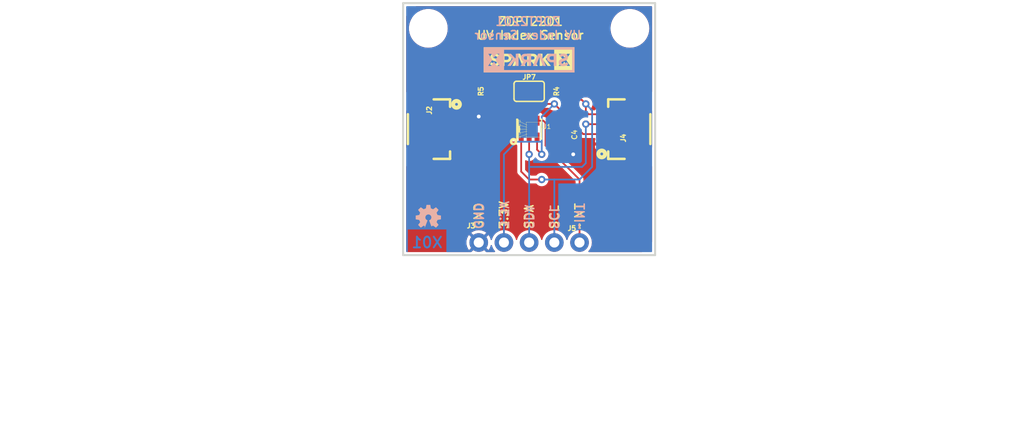
<source format=kicad_pcb>
(kicad_pcb (version 20211014) (generator pcbnew)
  (layers (0 "F.Cu" signal) (31 "B.Cu" signal) (34 "B.Paste" user) (35 "F.Paste" user) (36 "B.SilkS" user "B.Silkscreen") (37 "F.SilkS" user "F.Silkscreen") (38 "B.Mask" user) (39 "F.Mask" user) (44 "Edge.Cuts" user))
  (net 0 "")
  (net 1 "3.3V")
  (net 2 "GND")
  (net 3 "SCL")
  (net 4 "SDA")
  (net 5 "~{INT}")
  (net 6 "N$1")
  (net 7 "N$2")
  (footprint "eagleBoard:SPARKX-MEDIUM" (layer "F.Cu") (at 148.5011 98.0186)
    (fp_text reference "U$2" hide)
    (fp_text value "SPARKX-LOGO4" hide)
    (fp_poly (pts (xy 0.077237 -0.022375) (xy 0.345303 -0.022375) (xy 0.432552 -0.034292) (xy 0.495867 -0.068766) (xy 0.534478 -0.122507) (xy 0.547296 -0.191568) (xy 0.547296 -0.193407) (xy 0.533775 -0.268583) (xy 0.505388 -0.305634) (xy 0.820956 -0.305634) (xy 0.823121 -0.298646) (xy 0.830703 -0.207776) (xy 0.830703 -0.203573) (xy 0.812152 -0.067471) (xy 0.756624 0.041423) (xy 0.671694 0.123367) (xy 0.569647 0.177363) (xy 0.871762 0.618562) (xy 0.544141 0.618562) (xy 0.281707 0.226284) (xy 0.077237 0.226284) (xy 0.077237 0.618562) (xy -0.202509 0.618562) (xy -0.202509 -0.305634) (xy 0.077237 -0.305634)) (layer "F.SilkS") (width 0) (fill solid))
    (fp_poly (pts (xy 4.577 0.12824) (xy 3.80238 0.12824) (xy 3.705494 -0.013718) (xy 4.111722 -0.607646) (xy 3.817585 -0.607646) (xy 3.555172 -0.205715) (xy 3.294607 -0.607646) (xy 2.991304 -0.607646) (xy 3.397564 -0.010046) (xy 3.302701 0.12824) (xy 2.524231 0.12824) (xy 2.524231 -1.025528) (xy -4.332 -1.025528) (xy -4.332 1.025528) (xy 2.451934 1.025528) (xy 2.451934 1.270528) (xy -4.577 1.270528) (xy -4.577 -1.270528) (xy 4.577 -1.270528)) (layer "F.SilkS") (width 0) (fill solid))
    (fp_poly (pts (xy -0.768357 -0.295634) (xy -1.305603 -0.295634) (xy -1.164592 -0.62679) (xy -0.909265 -0.62679)) (layer "F.SilkS") (width 0) (fill solid))
    (fp_poly (pts (xy 0.467247 -0.610908) (xy 0.559405 -0.590713) (xy 0.639462 -0.556901) (xy 0.707412 -0.509438) (xy 0.761528 -0.449759) (xy 0.800081 -0.379455) (xy 0.823889 -0.295634) (xy 0.513044 -0.295634) (xy 0.49326 -0.321553) (xy 0.427917 -0.353583) (xy 0.339846 -0.364418) (xy 0.077237 -0.364418) (xy 0.077237 -0.295634) (xy -0.202509 -0.295634) (xy -0.202509 -0.617646) (xy 0.363177 -0.617646)) (layer "F.SilkS") (width 0) (fill solid))
    (fp_poly (pts (xy 2.973067 0.608562) (xy 3.267199 0.608562) (xy 3.54697 0.183826) (xy 3.824894 0.608562) (xy 4.130023 0.608562) (xy 3.795558 0.11824) (xy 4.577 0.11824) (xy 4.577 1.270528) (xy 2.441934 1.270528) (xy 2.441934 1.025528) (xy 2.524231 1.025528) (xy 2.524231 0.11824) (xy 3.309564 0.11824)) (layer "F.SilkS") (width 0) (fill solid))
    (fp_poly (pts (xy 1.344596 -0.089545) (xy 1.545187 -0.305634) (xy 1.874867 -0.305634) (xy 1.669821 -0.091935) (xy 2.195332 0.618562) (xy 1.859174 0.618562) (xy 1.480797 0.099201) (xy 1.344596 0.240675) (xy 1.344596 0.618562) (xy 1.064846 0.618562) (xy 1.064846 -0.305634) (xy 1.344596 -0.305634)) (layer "F.SilkS") (width 0) (fill solid))
    (fp_poly (pts (xy 1.344596 -0.295634) (xy 1.064846 -0.295634) (xy 1.064846 -0.617646) (xy 1.344596 -0.617646)) (layer "F.SilkS") (width 0) (fill solid))
    (fp_poly (pts (xy 1.865272 -0.295634) (xy 1.535904 -0.295634) (xy 1.834847 -0.617646) (xy 2.174284 -0.617646)) (layer "F.SilkS") (width 0) (fill solid))
    (fp_poly (pts (xy -3.164101 -0.264097) (xy -3.239432 -0.305634) (xy -3.135518 -0.305634)) (layer "F.SilkS") (width 0) (fill solid))
    (fp_poly (pts (xy -3.63614 -0.28381) (xy -3.63614 -0.281243) (xy -3.625594 -0.231145) (xy -3.586256 -0.193557) (xy -3.506021 -0.161102) (xy -3.375421 -0.124571) (xy -3.20837 -0.069497) (xy -3.084773 0.004288) (xy -3.039813 0.051736) (xy -3.007425 0.106786) (xy -2.98779 0.171058) (xy -2.981431 0.246677) (xy -2.981431 0.254442) (xy -2.989734 0.340975) (xy -3.014776 0.418156) (xy -3.054999 0.484064) (xy -3.108523 0.538825) (xy -3.174819 0.581443) (xy -3.251936 0.612864) (xy -3.339283 0.632345) (xy -3.435454 0.638692) (xy -3.575258 0.62643) (xy -3.712363 0.589929) (xy -3.841957 0.528456) (xy -3.962905 0.437932) (xy -3.797445 0.239191) (xy -3.70858 0.303299) (xy -3.621793 0.350171) (xy -3.529975 0.379937) (xy -3.429933 0.389994) (xy -3.35618 0.382097) (xy -3.302034 0.35971) (xy -3.268752 0.325074) (xy -3.257521 0.278298) (xy -3.257521 0.275769) (xy -3.267162 0.231061) (xy -3.302086 0.195266) (xy -3.376797 0.161061) (xy -3.501746 0.12458) (xy -3.671424 0.073219) (xy -3.800513 0.00314) (xy -3.847977 -0.043804) (xy -3.883465 -0.101229) (xy -3.90566 -0.17153) (xy -3.913146 -0.255809) (xy -3.913146 -0.259925) (xy -3.908835 -0.305634) (xy -3.631093 -0.305634)) (layer "F.SilkS") (width 0) (fill solid))
    (fp_poly (pts (xy -2.476681 0.000487) (xy -2.268076 0.000487) (xy -2.179495 -0.012423) (xy -2.113916 -0.051299) (xy -2.073186 -0.109683) (xy -2.059656 -0.180607) (xy -2.059656 -0.183345) (xy -2.07389 -0.261685) (xy -2.107186 -0.305634) (xy -1.791612 -0.305634) (xy -1.784441 -0.28073) (xy -1.77625 -0.189505) (xy -1.77625 -0.16442) (xy -1.778857 -0.169639) (xy -1.786895 -0.086136) (xy -1.816007 0.002126) (xy -1.862432 0.077275) (xy -1.923461 0.139229) (xy -1.997168 0.187031) (xy -2.082436 0.221506) (xy -2.177086 0.2422) (xy -2.277599 0.249143) (xy -2.477596 0.249143) (xy -2.477596 0.616734) (xy -2.757343 0.616734) (xy -2.757343 -0.305634) (xy -2.476681 -0.305634)) (layer "F.SilkS") (width 0) (fill solid))
    (fp_poly (pts (xy -2.145499 -0.611403) (xy -2.052069 -0.588123) (xy -1.971014 -0.550421) (xy -1.903114 -0.500214) (xy -1.848543 -0.437616) (xy -1.808605 -0.364015) (xy -1.788713 -0.295634) (xy -2.099613 -0.295634) (xy -2.116482 -0.317948) (xy -2.18378 -0.352785) (xy -2.273523 -0.364418) (xy -2.476681 -0.364418) (xy -2.476681 -0.295634) (xy -2.757343 -0.295634) (xy -2.757343 -0.619478) (xy -2.251062 -0.619478)) (layer "F.SilkS") (width 0) (fill solid))
    (fp_poly (pts (xy -0.379228 0.618562) (xy -0.672701 0.618562) (xy -1.040587 -0.283936) (xy -1.408473 0.618562) (xy -1.69463 0.618562) (xy -1.301346 -0.305634) (xy -0.772612 -0.305634)) (layer "F.SilkS") (width 0) (fill solid))
    (fp_poly (pts (xy -3.350864 -0.623897) (xy -3.231664 -0.593614) (xy -3.122681 -0.544594) (xy -3.018757 -0.474993) (xy -3.142402 -0.295634) (xy -3.221295 -0.295634) (xy -3.328541 -0.354727) (xy -3.406214 -0.378309) (xy -3.483831 -0.386332) (xy -3.551059 -0.378465) (xy -3.598739 -0.356196) (xy -3.626802 -0.323794) (xy -3.63342 -0.295634) (xy -3.909783 -0.295634) (xy -3.905449 -0.341086) (xy -3.88163 -0.413579) (xy -3.843373 -0.476992) (xy -3.792562 -0.531416) (xy -3.729539 -0.574971) (xy -3.655543 -0.607348) (xy -3.572421 -0.627359) (xy -3.48111 -0.634121)) (layer "F.SilkS") (width 0) (fill solid))
  )
  (footprint "eagleBoard:1X01_NO_SILK" (layer "F.Cu") (at 153.5811 116.4336)
    (fp_text reference "J5" (at -1.27 -1.143) (layer "F.SilkS") (effects (font (size 0.48768 0.48768) (thickness 0.12192)) (justify left bottom)))
    (fp_text value "")
    (pad "1" thru_hole circle (at 0 0 90) (size 1.8796 1.8796) (drill 1.016) (layers *.Cu *.Mask) (net 5 "~{INT}"))
  )
  (footprint "eagleBoard:MICRO-FIDUCIAL" (layer "F.Cu") (at 136.5631 93.0656)
    (fp_text reference "JP6" hide)
    (fp_text value "FIDUCIALUFIDUCIAL" hide)
    (pad "1" smd roundrect (at 0 0) (size 0.635 0.635) (layers "F.Cu" "F.Mask") (roundrect_rratio 0.5))
  )
  (footprint "eagleBoard:STAND-OFF" (layer "F.Cu") (at 138.3411 94.8436)
    (fp_text reference "JP3" hide)
    (fp_text value "STAND-OFF" hide)
    (pad "" np_thru_hole circle (at 0 0) (size 3.302 3.302) (drill 3.302) (layers *.Cu *.Mask))
  )
  (footprint "eagleBoard:MICRO-FIDUCIAL" (layer "F.Cu") (at 160.3121 116.8146)
    (fp_text reference "JP2" hide)
    (fp_text value "FIDUCIALUFIDUCIAL" hide)
    (pad "1" smd roundrect (at 0 0) (size 0.635 0.635) (layers "F.Cu" "F.Mask") (roundrect_rratio 0.5))
  )
  (footprint "eagleBoard:1X04_1MM_RA" (layer "F.Cu") (at 140.8811 105.0036 -90)
    (fp_text reference "J2" (at -1.397 2.159 -90) (layer "F.SilkS") (effects (font (size 0.48768 0.48768) (thickness 0.12192)) (justify left bottom)))
    (fp_text value "SMD")
    (fp_line (start 3 0.35) (end 3 2) (layer "F.SilkS") (width 0.254))
    (fp_line (start -3 0.35) (end -2.25 0.35) (layer "F.SilkS") (width 0.254))
    (fp_line (start -3 2) (end -3 0.35) (layer "F.SilkS") (width 0.254))
    (fp_line (start 2.25 0.35) (end 3 0.35) (layer "F.SilkS") (width 0.254))
    (fp_line (start -1.5 4.6) (end 1.5 4.6) (layer "F.SilkS") (width 0.254))
    (fp_circle (center -2.5 -0.3) (end -2.3586 -0.3) (layer "F.SilkS") (width 0.4) (fill none))
    (pad "1" smd rect (at -1.5 0 270) (size 0.6 1.35) (layers "F.Cu" "F.Paste" "F.Mask") (net 2 "GND"))
    (pad "2" smd rect (at -0.5 0 270) (size 0.6 1.35) (layers "F.Cu" "F.Paste" "F.Mask") (net 1 "3.3V"))
    (pad "3" smd rect (at 0.5 0 270) (size 0.6 1.35) (layers "F.Cu" "F.Paste" "F.Mask") (net 4 "SDA"))
    (pad "4" smd rect (at 1.5 0 270) (size 0.6 1.35) (layers "F.Cu" "F.Paste" "F.Mask") (net 3 "SCL"))
    (pad "NC1" smd rect (at 2.8 3.675 270) (size 1.2 2) (layers "F.Cu" "F.Paste" "F.Mask"))
    (pad "NC2" smd rect (at -2.8 3.675 270) (size 1.2 2) (layers "F.Cu" "F.Paste" "F.Mask"))
  )
  (footprint "eagleBoard:0603" (layer "F.Cu") (at 152.3111 105.0036 -90)
    (fp_text reference "C4" (at 0 -0.762 90) (layer "F.SilkS") (effects (font (size 0.512064 0.512064) (thickness 0.097536)) (justify right)))
    (fp_text value "0.1uF")
    (pad "1" smd rect (at -0.85 0 270) (size 1.1 1) (layers "F.Cu" "F.Paste" "F.Mask") (net 1 "3.3V"))
    (pad "2" smd rect (at 0.85 0 270) (size 1.1 1) (layers "F.Cu" "F.Paste" "F.Mask") (net 2 "GND"))
  )
  (footprint "eagleBoard:0603" (layer "F.Cu") (at 152.3111 101.1936 90)
    (fp_text reference "R4" (at 0 -0.762 90) (layer "F.SilkS") (effects (font (size 0.48768 0.48768) (thickness 0.12192)) (justify bottom)))
    (fp_text value "4.7k")
    (pad "1" smd rect (at -0.85 0 90) (size 1.1 1) (layers "F.Cu" "F.Paste" "F.Mask") (net 3 "SCL"))
    (pad "2" smd rect (at 0.85 0 90) (size 1.1 1) (layers "F.Cu" "F.Paste" "F.Mask") (net 7 "N$2"))
  )
  (footprint "eagleBoard:LGA6" (layer "F.Cu") (at 148.5011 105.0036)
    (fp_text reference "U1" (at 1.27 -0.254) (layer "F.SilkS") (effects (font (size 0.44323 0.44323) (thickness 0.06477)) (justify left)))
    (fp_text value "ZOPT220X")
    (fp_line (start 1.25 -1) (end 1.15 -1) (layer "F.SilkS") (width 0.127))
    (fp_line (start -1.1 -0.5) (end -0.9 -0.5) (layer "F.SilkS") (width 0.0254))
    (fp_line (start -0.2 0.5) (end -1 0.8) (layer "F.SilkS") (width 0.0254))
    (fp_line (start -1.1 -0.3) (end -1.1 -0.5) (layer "F.SilkS") (width 0.0254))
    (fp_line (start -1.1 0.3) (end -0.9 0.3) (layer "F.SilkS") (width 0.0254))
    (fp_line (start -1.15 -1) (end -1.25 -1) (layer "F.SilkS") (width 0.127))
    (fp_line (start -1.1 0.5) (end -1.1 0.3) (layer "F.SilkS") (width 0.0254))
    (fp_line (start -0.9 -0.5) (end -0.9 -0.3) (layer "F.SilkS") (width 0.0254))
    (fp_line (start -1.1 -0.7) (end -1.1 -0.9) (layer "F.SilkS") (width 0.0254))
    (fp_line (start -0.2 -0.2) (end -1 -0.4) (layer "F.SilkS") (width 0.0254))
    (fp_line (start 1.1 -0.7) (end 1.1 0.8) (layer "F.SilkS") (width 0.0254))
    (fp_line (start -1.1 -0.9) (end -0.9 -0.9) (layer "F.SilkS") (width 0.0254))
    (fp_line (start -1.143 -0.889) (end -1.143 0.889) (layer "F.SilkS") (width 0.2032))
    (fp_line (start 1.25 1) (end 1.15 1) (layer "F.SilkS") (width 0.127))
    (fp_line (start 1.1 0.8) (end -0.3 0.8) (layer "F.SilkS") (width 0.0254))
    (fp_line (start -0.9 -0.3) (end -1.1 -0.3) (layer "F.SilkS") (width 0.0254))
    (fp_line (start 1.25 -1) (end 1.25 1) (layer "F.SilkS") (width 0.127))
    (fp_line (start -0.9 -0.1) (end -0.9 0.1) (layer "F.SilkS") (width 0.0254))
    (fp_line (start -0.9 0.9) (end -1.1 0.9) (layer "F.SilkS") (width 0.0254))
    (fp_line (start -1.1 0.7) (end -0.9 0.7) (layer "F.SilkS") (width 0.0254))
    (fp_line (start -0.2 -0.4) (end -1 -0.8) (layer "F.SilkS") (width 0.0254))
    (fp_line (start -1.1 -0.1) (end -0.9 -0.1) (layer "F.SilkS") (width 0.0254))
    (fp_line (start -0.3 0.8) (end -0.3 -0.7) (layer "F.SilkS") (width 0.0254))
    (fp_line (start -0.9 0.5) (end -1.1 0.5) (layer "F.SilkS") (width 0.0254))
    (fp_line (start -0.9 0.1) (end -1.1 0.1) (layer "F.SilkS") (width 0.0254))
    (fp_line (start -0.9 -0.7) (end -1.1 -0.7) (layer "F.SilkS") (width 0.0254))
    (fp_line (start -0.3 -0.7) (end 1.1 -0.7) (layer "F.SilkS") (width 0.0254))
    (fp_line (start -0.9 0.7) (end -0.9 0.9) (layer "F.SilkS") (width 0.0254))
    (fp_line (start -0.9 0.3) (end -0.9 0.5) (layer "F.SilkS") (width 0.0254))
    (fp_line (start -1.1 0.1) (end -1.1 -0.1) (layer "F.SilkS") (width 0.0254))
    (fp_line (start -1.25 -1) (end -1.25 1) (layer "F.SilkS") (width 0.127))
    (fp_line (start -0.2 0) (end -1 0) (layer "F.SilkS") (width 0.0254))
    (fp_line (start -0.2 0.2) (end -1 0.4) (layer "F.SilkS") (width 0.0254))
    (fp_line (start -1.1 0.9) (end -1.1 0.7) (layer "F.SilkS") (width 0.0254))
    (fp_line (start -0.9 -0.9) (end -0.9 -0.7) (layer "F.SilkS") (width 0.0254))
    (fp_line (start -1.016 -0.254) (end -1.016 0.254) (layer "F.SilkS") (width 0.2032))
    (fp_line (start -1.25 1) (end -1.15 1) (layer "F.SilkS") (width 0.127))
    (fp_circle (center -1.573 1.254) (end -1.451669 1.254) (layer "F.SilkS") (width 0.254) (fill none))
    (pad "1" smd rect (at -0.8 0.85 90) (size 1 0.5) (layers "F.Cu" "F.Paste" "F.Mask") (net 3 "SCL"))
    (pad "2" smd rect (at 0 0.85 90) (size 1 0.5) (layers "F.Cu" "F.Paste" "F.Mask") (net 4 "SDA"))
    (pad "3" smd rect (at 0.8 0.85 90) (size 1 0.5) (layers "F.Cu" "F.Paste" "F.Mask") (net 1 "3.3V"))
    (pad "4" smd rect (at 0.8 -0.85 90) (size 1 0.5) (layers "F.Cu" "F.Paste" "F.Mask") (net 5 "~{INT}"))
    (pad "5" smd rect (at 0 -0.85 90) (size 1 0.5) (layers "F.Cu" "F.Paste" "F.Mask") (net 2 "GND"))
    (pad "6" smd rect (at -0.8 -0.85 90) (size 1 0.5) (layers "F.Cu" "F.Paste" "F.Mask"))
  )
  (footprint "eagleBoard:SMT-JUMPER_3_2-NC_PASTE_SILK" (layer "F.Cu") (at 148.5011 101.1936)
    (fp_text reference "JP7" (at 0 -1.143) (layer "F.SilkS") (effects (font (size 0.48768 0.48768) (thickness 0.12192)) (justify bottom)))
    (fp_text value "")
    (fp_line (start -1.27 -1.016) (end 1.27 -1.016) (layer "F.SilkS") (width 0.1524))
    (fp_line (start -1.524 0.762) (end -1.524 -0.762) (layer "F.SilkS") (width 0.1524))
    (fp_line (start 1.27 1.016) (end -1.27 1.016) (layer "F.SilkS") (width 0.1524))
    (fp_line (start 1.524 0.762) (end 1.524 -0.762) (layer "F.SilkS") (width 0.1524))
    (fp_arc (start -1.524 -0.762) (mid -1.449605 -0.941605) (end -1.27 -1.016) (layer "F.SilkS") (width 0.1524))
    (fp_arc (start 1.27 -1.016) (mid 1.449605 -0.941605) (end 1.524 -0.762) (layer "F.SilkS") (width 0.1524))
    (fp_arc (start 1.524 0.762) (mid 1.449605 0.941605) (end 1.27 1.016) (layer "F.SilkS") (width 0.1524))
    (fp_arc (start -1.27 1.016) (mid -1.449605 0.941605) (end -1.524 0.762) (layer "F.SilkS") (width 0.1524))
    (pad "1" smd rect (at -0.8128 0) (size 0.635 1.27) (layers "F.Cu" "F.Mask") (net 6 "N$1"))
    (pad "2" smd rect (at 0 0) (size 0.635 1.27) (layers "F.Cu" "F.Mask") (net 1 "3.3V"))
    (pad "3" smd rect (at 0.8128 0) (size 0.635 1.27) (layers "F.Cu" "F.Mask") (net 7 "N$2"))
  )
  (footprint "eagleBoard:0603" (layer "F.Cu") (at 144.6911 101.1936 90)
    (fp_text reference "R5" (at 0 -0.762 90) (layer "F.SilkS") (effects (font (size 0.48768 0.48768) (thickness 0.12192)) (justify bottom)))
    (fp_text value "4.7k")
    (pad "1" smd rect (at -0.85 0 90) (size 1.1 1) (layers "F.Cu" "F.Paste" "F.Mask") (net 4 "SDA"))
    (pad "2" smd rect (at 0.85 0 90) (size 1.1 1) (layers "F.Cu" "F.Paste" "F.Mask") (net 6 "N$1"))
  )
  (footprint "eagleBoard:CREATIVE_COMMONS" (layer "F.Cu") (at 115.4811 135.4836)
    (fp_text reference "FRAME1" hide)
    (fp_text value "FRAME-LETTER" hide)
  )
  (footprint "eagleBoard:1X04_1MM_RA" (layer "F.Cu") (at 156.1211 105.0036 90)
    (fp_text reference "J4" (at -1.397 2.159 90) (layer "F.SilkS") (effects (font (size 0.48768 0.48768) (thickness 0.12192)) (justify left bottom)))
    (fp_text value "SMD")
    (fp_line (start 2.25 0.35) (end 3 0.35) (layer "F.SilkS") (width 0.254))
    (fp_line (start -3 0.35) (end -2.25 0.35) (layer "F.SilkS") (width 0.254))
    (fp_line (start 3 0.35) (end 3 2) (layer "F.SilkS") (width 0.254))
    (fp_line (start -1.5 4.6) (end 1.5 4.6) (layer "F.SilkS") (width 0.254))
    (fp_line (start -3 2) (end -3 0.35) (layer "F.SilkS") (width 0.254))
    (fp_circle (center -2.5 -0.3) (end -2.3586 -0.3) (layer "F.SilkS") (width 0.4) (fill none))
    (pad "1" smd rect (at -1.5 0 90) (size 0.6 1.35) (layers "F.Cu" "F.Paste" "F.Mask") (net 2 "GND"))
    (pad "2" smd rect (at -0.5 0 90) (size 0.6 1.35) (layers "F.Cu" "F.Paste" "F.Mask") (net 1 "3.3V"))
    (pad "3" smd rect (at 0.5 0 90) (size 0.6 1.35) (layers "F.Cu" "F.Paste" "F.Mask") (net 4 "SDA"))
    (pad "4" smd rect (at 1.5 0 90) (size 0.6 1.35) (layers "F.Cu" "F.Paste" "F.Mask") (net 3 "SCL"))
    (pad "NC1" smd rect (at 2.8 3.675 90) (size 1.2 2) (layers "F.Cu" "F.Paste" "F.Mask"))
    (pad "NC2" smd rect (at -2.8 3.675 90) (size 1.2 2) (layers "F.Cu" "F.Paste" "F.Mask"))
  )
  (footprint "eagleBoard:STAND-OFF" (layer "F.Cu") (at 158.6611 94.8436)
    (fp_text reference "JP4" hide)
    (fp_text value "STAND-OFF" hide)
    (pad "" np_thru_hole circle (at 0 0) (size 3.302 3.302) (drill 3.302) (layers *.Cu *.Mask))
  )
  (footprint "eagleBoard:1X04_NO_SILK" (layer "F.Cu") (at 143.4211 116.4336)
    (fp_text reference "J3" (at -1.27 -1.397) (layer "F.SilkS") (effects (font (size 0.48768 0.48768) (thickness 0.12192)) (justify left bottom)))
    (fp_text value "PTH")
    (pad "1" thru_hole circle (at 0 0 90) (size 1.8796 1.8796) (drill 1.016) (layers *.Cu *.Mask) (net 2 "GND"))
    (pad "2" thru_hole circle (at 2.54 0 90) (size 1.8796 1.8796) (drill 1.016) (layers *.Cu *.Mask) (net 1 "3.3V"))
    (pad "3" thru_hole circle (at 5.08 0 90) (size 1.8796 1.8796) (drill 1.016) (layers *.Cu *.Mask) (net 4 "SDA"))
    (pad "4" thru_hole circle (at 7.62 0 90) (size 1.8796 1.8796) (drill 1.016) (layers *.Cu *.Mask) (net 3 "SCL"))
  )
  (footprint "eagleBoard:OSHW-LOGO-MINI" (layer "B.Cu") (at 138.3411 113.8936 180)
    (fp_text reference "LOGO1" hide)
    (fp_text value "OSHW-LOGOMINI" hide)
    (fp_poly (pts (xy 0.248928 0.903689) (xy 0.26557 0.895368) (xy 0.275571 0.895368) (xy 0.29557 0.885368) (xy 0.305571 0.885368) (xy 0.32557 0.875368) (xy 0.35234 0.875368) (xy 0.36911 0.858598) (xy 0.37557 0.855368) (xy 0.385571 0.855368) (xy 0.41911 0.838598) (xy 0.42911 0.828598) (xy 0.43557 0.825368) (xy 0.445571 0.825368) (xy 0.467713 0.814296) (xy 0.760503 1.01622) (xy 1.036814 0.751922) (xy 0.823853 0.457832) (xy 0.82783 0.449878) (xy 0.8446 0.433108) (xy 0.8446 0.413108) (xy 0.84783 0.409878) (xy 0.85783 0.389878) (xy 0.8746 0.373108) (xy 0.8746 0.353108) (xy 0.8846 0.343108) (xy 0.8846 0.316338) (xy 0.88783 0.309878) (xy 0.9046 0.293108) (xy 0.9046 0.273108) (xy 0.9146 0.263108) (xy 0.9146 0.239559) (xy 1.2746 0.179559) (xy 1.2746 -0.204671) (xy 0.9146 -0.266386) (xy 0.9146 -0.271602) (xy 0.9046 -0.291601) (xy 0.9046 -0.301602) (xy 0.8946 -0.321601) (xy 0.8946 -0.331602) (xy 0.8746 -0.371601) (xy 0.8746 -0.381602) (xy 0.85783 -0.415141) (xy 0.84783 -0.425141) (xy 0.8446 -0.431601) (xy 0.8446 -0.441602) (xy 0.82783 -0.475141) (xy 0.822489 -0.480482) (xy 1.036774 -0.766197) (xy 0.761086 -1.041885) (xy 0.465167 -0.837804) (xy 0.45234 -0.850631) (xy 0.44234 -0.850631) (xy 0.43234 -0.860631) (xy 0.41234 -0.860631) (xy 0.40234 -0.870631) (xy 0.39234 -0.870631) (xy 0.38234 -0.880631) (xy 0.37234 -0.880631) (xy 0.3646 -0.888371) (xy 0.3646 -1.074642) (xy 0.079132 -0.303879) (xy 0.16409 -0.261401) (xy 0.18409 -0.241401) (xy 0.20409 -0.231401) (xy 0.23537 -0.200121) (xy 0.24537 -0.180121) (xy 0.26537 -0.160121) (xy 0.271403 -0.148055) (xy 0.281404 -0.118052) (xy 0.2886 -0.103661) (xy 0.2886 -0.086464) (xy 0.2986 -0.056464) (xy 0.2986 0.021201) (xy 0.2886 0.051201) (xy 0.2886 0.075862) (xy 0.272159 0.100524) (xy 0.262159 0.130523) (xy 0.227068 0.18316) (xy 0.192392 0.217836) (xy 0.139755 0.252927) (xy 0.109756 0.262927) (xy 0.085094 0.279368) (xy 0.060433 0.279368) (xy 0.030433 0.289368) (xy -0.028724 0.289368) (xy -0.068722 0.279368) (xy -0.091894 0.279368) (xy -0.116556 0.262927) (xy -0.146555 0.252927) (xy -0.169192 0.237836) (xy -0.189191 0.217837) (xy -0.219192 0.197836) (xy -0.233868 0.18316) (xy -0.268959 0.130523) (xy -0.3054 0.021201) (xy -0.3054 -0.026464) (xy -0.2954 -0.056464) (xy -0.2954 -0.083661) (xy -0.278204 -0.118052) (xy -0.268203 -0.148055) (xy -0.25217 -0.180121) (xy -0.23217 -0.200121) (xy -0.22217 -0.220121) (xy -0.21089 -0.231401) (xy -0.19089 -0.241401) (xy -0.17089 -0.261401) (xy -0.138824 -0.277434) (xy -0.074125 -0.299) (xy -0.308354 -0.931417) (xy -0.34914 -0.890631) (xy -0.36914 -0.890631) (xy -0.37914 -0.880631) (xy -0.38914 -0.880631) (xy -0.39914 -0.870631) (xy -0.40914 -0.870631) (xy -0.41914 -0.860631) (xy -0.42914 -0.860631) (xy -0.43914 -0.850631) (xy -0.44914 -0.850631) (xy -0.45914 -0.840631) (xy -0.46914 -0.840631) (xy -0.471967 -0.837804) (xy -0.76848 -1.042295) (xy -1.032615 -0.766154) (xy -0.82762 -0.479161) (xy -0.8314 -0.471602) (xy -0.8314 -0.461601) (xy -0.83463 -0.455141) (xy -0.84463 -0.445141) (xy -0.85463 -0.425141) (xy -0.8714 -0.408371) (xy -0.8714 -0.388371) (xy -0.8814 -0.378371) (xy -0.8814 -0.351601) (xy -0.88463 -0.345141) (xy -0.9014 -0.328371) (xy -0.9014 -0.308371) (xy -0.9114 -0.298371) (xy -0.9114 -0.271601) (xy -0.914252 -0.265897) (xy -1.2714 -0.204671) (xy -1.2714 0.179408) (xy -0.919721 0.239696) (xy -0.9114 0.256338) (xy -0.9114 0.266339) (xy -0.9014 0.286338) (xy -0.9014 0.296339) (xy -0.8814 0.336338) (xy -0.8814 0.346339) (xy -0.86463 0.379878) (xy -0.8614 0.383108) (xy -0.8614 0.403108) (xy -0.84463 0.419878) (xy -0.83463 0.439878) (xy -0.8314 0.443108) (xy -0.8314 0.460035) (xy -1.032654 0.751854) (xy -0.767886 1.016622) (xy -0.471967 0.812541) (xy -0.45914 0.825368) (xy -0.43914 0.825368) (xy -0.43591 0.828598) (xy -0.41591 0.838598) (xy -0.39914 0.855368) (xy -0.37914 0.855368) (xy -0.37591 0.858598) (xy -0.342371 0.875368) (xy -0.33237 0.875368) (xy -0.312371 0.885368) (xy -0.29914 0.885368) (xy -0.28914 0.895368) (xy -0.26237 0.895368) (xy -0.256666 0.89822) (xy -0.19544 1.255368) (xy 0.18864 1.255368)) (layer "B.SilkS") (width 0) (fill solid))
  )
  (footprint "eagleBoard:SPARKX-MEDIUM" (layer "B.Cu") (at 148.5011 98.0186 180)
    (fp_text reference "U$1" hide)
    (fp_text value "SPARKX-LOGO4" hide)
    (fp_poly (pts (xy 1.865272 0.295634) (xy 1.535904 0.295634) (xy 1.834847 0.617646) (xy 2.174284 0.617646)) (layer "B.SilkS") (width 0) (fill solid))
    (fp_poly (pts (xy -0.379228 -0.618562) (xy -0.672701 -0.618562) (xy -1.040587 0.283936) (xy -1.408473 -0.618562) (xy -1.69463 -0.618562) (xy -1.301346 0.305634) (xy -0.772612 0.305634)) (layer "B.SilkS") (width 0) (fill solid))
    (fp_poly (pts (xy 0.077237 0.022375) (xy 0.345303 0.022375) (xy 0.432552 0.034292) (xy 0.495867 0.068766) (xy 0.534478 0.122507) (xy 0.547296 0.191568) (xy 0.547296 0.193407) (xy 0.533775 0.268583) (xy 0.505388 0.305634) (xy 0.820956 0.305634) (xy 0.823121 0.298646) (xy 0.830703 0.207776) (xy 0.830703 0.203573) (xy 0.812152 0.067471) (xy 0.756624 -0.041423) (xy 0.671694 -0.123367) (xy 0.569647 -0.177363) (xy 0.871762 -0.618562) (xy 0.544141 -0.618562) (xy 0.281707 -0.226284) (xy 0.077237 -0.226284) (xy 0.077237 -0.618562) (xy -0.202509 -0.618562) (xy -0.202509 0.305634) (xy 0.077237 0.305634)) (layer "B.SilkS") (width 0) (fill solid))
    (fp_poly (pts (xy -3.164101 0.264097) (xy -3.239432 0.305634) (xy -3.135518 0.305634)) (layer "B.SilkS") (width 0) (fill solid))
    (fp_poly (pts (xy -3.350864 0.623897) (xy -3.231664 0.593614) (xy -3.122681 0.544594) (xy -3.018757 0.474993) (xy -3.142402 0.295634) (xy -3.221295 0.295634) (xy -3.328541 0.354727) (xy -3.406214 0.378309) (xy -3.483831 0.386332) (xy -3.551059 0.378465) (xy -3.598739 0.356196) (xy -3.626802 0.323794) (xy -3.63342 0.295634) (xy -3.909783 0.295634) (xy -3.905449 0.341086) (xy -3.88163 0.413579) (xy -3.843373 0.476992) (xy -3.792562 0.531416) (xy -3.729539 0.574971) (xy -3.655543 0.607348) (xy -3.572421 0.627359) (xy -3.48111 0.634121)) (layer "B.SilkS") (width 0) (fill solid))
    (fp_poly (pts (xy 1.344596 0.089545) (xy 1.545187 0.305634) (xy 1.874867 0.305634) (xy 1.669821 0.091935) (xy 2.195332 -0.618562) (xy 1.859174 -0.618562) (xy 1.480797 -0.099201) (xy 1.344596 -0.240675) (xy 1.344596 -0.618562) (xy 1.064846 -0.618562) (xy 1.064846 0.305634) (xy 1.344596 0.305634)) (layer "B.SilkS") (width 0) (fill solid))
    (fp_poly (pts (xy -2.145499 0.611403) (xy -2.052069 0.588123) (xy -1.971014 0.550421) (xy -1.903114 0.500214) (xy -1.848543 0.437616) (xy -1.808605 0.364015) (xy -1.788713 0.295634) (xy -2.099613 0.295634) (xy -2.116482 0.317948) (xy -2.18378 0.352785) (xy -2.273523 0.364418) (xy -2.476681 0.364418) (xy -2.476681 0.295634) (xy -2.757343 0.295634) (xy -2.757343 0.619478) (xy -2.251062 0.619478)) (layer "B.SilkS") (width 0) (fill solid))
    (fp_poly (pts (xy -0.768357 0.295634) (xy -1.305603 0.295634) (xy -1.164592 0.62679) (xy -0.909265 0.62679)) (layer "B.SilkS") (width 0) (fill solid))
    (fp_poly (pts (xy 4.577 -0.12824) (xy 3.80238 -0.12824) (xy 3.705494 0.013718) (xy 4.111722 0.607646) (xy 3.817585 0.607646) (xy 3.555172 0.205715) (xy 3.294607 0.607646) (xy 2.991304 0.607646) (xy 3.397564 0.010046) (xy 3.302701 -0.12824) (xy 2.524231 -0.12824) (xy 2.524231 1.025528) (xy -4.332 1.025528) (xy -4.332 -1.025528) (xy 2.451934 -1.025528) (xy 2.451934 -1.270528) (xy -4.577 -1.270528) (xy -4.577 1.270528) (xy 4.577 1.270528)) (layer "B.SilkS") (width 0) (fill solid))
    (fp_poly (pts (xy -2.476681 -0.000487) (xy -2.268076 -0.000487) (xy -2.179495 0.012423) (xy -2.113916 0.051299) (xy -2.073186 0.109683) (xy -2.059656 0.180607) (xy -2.059656 0.183345) (xy -2.07389 0.261685) (xy -2.107186 0.305634) (xy -1.791612 0.305634) (xy -1.784441 0.28073) (xy -1.77625 0.189505) (xy -1.77625 0.16442) (xy -1.778857 0.169639) (xy -1.786895 0.086136) (xy -1.816007 -0.002126) (xy -1.862432 -0.077275) (xy -1.923461 -0.139229) (xy -1.997168 -0.187031) (xy -2.082436 -0.221506) (xy -2.177086 -0.2422) (xy -2.277599 -0.249143) (xy -2.477596 -0.249143) (xy -2.477596 -0.616734) (xy -2.757343 -0.616734) (xy -2.757343 0.305634) (xy -2.476681 0.305634)) (layer "B.SilkS") (width 0) (fill solid))
    (fp_poly (pts (xy 2.973067 -0.608562) (xy 3.267199 -0.608562) (xy 3.54697 -0.183826) (xy 3.824894 -0.608562) (xy 4.130023 -0.608562) (xy 3.795558 -0.11824) (xy 4.577 -0.11824) (xy 4.577 -1.270528) (xy 2.441934 -1.270528) (xy 2.441934 -1.025528) (xy 2.524231 -1.025528) (xy 2.524231 -0.11824) (xy 3.309564 -0.11824)) (layer "B.SilkS") (width 0) (fill solid))
    (fp_poly (pts (xy 1.344596 0.295634) (xy 1.064846 0.295634) (xy 1.064846 0.617646) (xy 1.344596 0.617646)) (layer "B.SilkS") (width 0) (fill solid))
    (fp_poly (pts (xy -3.63614 0.28381) (xy -3.63614 0.281243) (xy -3.625594 0.231145) (xy -3.586256 0.193557) (xy -3.506021 0.161102) (xy -3.375421 0.124571) (xy -3.20837 0.069497) (xy -3.084773 -0.004288) (xy -3.039813 -0.051736) (xy -3.007425 -0.106786) (xy -2.98779 -0.171058) (xy -2.981431 -0.246677) (xy -2.981431 -0.254442) (xy -2.989734 -0.340975) (xy -3.014776 -0.418156) (xy -3.054999 -0.484064) (xy -3.108523 -0.538825) (xy -3.174819 -0.581443) (xy -3.251936 -0.612864) (xy -3.339283 -0.632345) (xy -3.435454 -0.638692) (xy -3.575258 -0.62643) (xy -3.712363 -0.589929) (xy -3.841957 -0.528456) (xy -3.962905 -0.437932) (xy -3.797445 -0.239191) (xy -3.70858 -0.303299) (xy -3.621793 -0.350171) (xy -3.529975 -0.379937) (xy -3.429933 -0.389994) (xy -3.35618 -0.382097) (xy -3.302034 -0.35971) (xy -3.268752 -0.325074) (xy -3.257521 -0.278298) (xy -3.257521 -0.275769) (xy -3.267162 -0.231061) (xy -3.302086 -0.195266) (xy -3.376797 -0.161061) (xy -3.501746 -0.12458) (xy -3.671424 -0.073219) (xy -3.800513 -0.00314) (xy -3.847977 0.043804) (xy -3.883465 0.101229) (xy -3.90566 0.17153) (xy -3.913146 0.255809) (xy -3.913146 0.259925) (xy -3.908835 0.305634) (xy -3.631093 0.305634)) (layer "B.SilkS") (width 0) (fill solid))
    (fp_poly (pts (xy 0.467247 0.610908) (xy 0.559405 0.590713) (xy 0.639462 0.556901) (xy 0.707412 0.509438) (xy 0.761528 0.449759) (xy 0.800081 0.379455) (xy 0.823889 0.295634) (xy 0.513044 0.295634) (xy 0.49326 0.321553) (xy 0.427917 0.353583) (xy 0.339846 0.364418) (xy 0.077237 0.364418) (xy 0.077237 0.295634) (xy -0.202509 0.295634) (xy -0.202509 0.617646) (xy 0.363177 0.617646)) (layer "B.SilkS") (width 0) (fill solid))
  )
  (gr_line (start 135.8011 117.7036) (end 135.8011 92.3036) (layer "Edge.Cuts") (width 0.2032))
  (gr_line (start 135.8011 92.3036) (end 161.2011 92.3036) (layer "Edge.Cuts") (width 0.2032))
  (gr_line (start 161.2011 92.3036) (end 161.2011 117.7036) (layer "Edge.Cuts") (width 0.2032))
  (gr_line (start 161.2011 117.7036) (end 135.8011 117.7036) (layer "Edge.Cuts") (width 0.2032))
  (gr_text "X01" (at 138.2141 116.4336) (layer "B.Cu") (effects (font (size 1.0795 1.0795) (thickness 0.1905)) (justify mirror)))
  (gr_text "SCL" (at 151.0411 115.1636 -90) (layer "B.SilkS") (effects (font (size 0.8636 0.8636) (thickness 0.1524)) (justify left mirror)))
  (gr_text "ZOPT2201\nUV Index Sensor" (at 148.3741 94.8436) (layer "B.SilkS") (effects (font (size 0.8636 0.8636) (thickness 0.1524)) (justify mirror)))
  (gr_text "~INT" (at 153.5811 115.1636 -90) (layer "B.SilkS") (effects (font (size 0.8636 0.8636) (thickness 0.1524)) (justify left mirror)))
  (gr_text "3.3V" (at 145.9611 115.1636 -90) (layer "B.SilkS") (effects (font (size 0.8636 0.8636) (thickness 0.1524)) (justify left mirror)))
  (gr_text "GND" (at 143.4211 115.1636 -90) (layer "B.SilkS") (effects (font (size 0.8636 0.8636) (thickness 0.1524)) (justify left mirror)))
  (gr_text "SDA" (at 148.5011 115.1636 -90) (layer "B.SilkS") (effects (font (size 0.8636 0.8636) (thickness 0.1524)) (justify left mirror)))
  (gr_text "SDA" (at 148.5011 115.1636 90) (layer "F.SilkS") (effects (font (size 0.8636 0.8636) (thickness 0.1524)) (justify left)))
  (gr_text "~INT" (at 153.5811 115.1636 90) (layer "F.SilkS") (effects (font (size 0.8636 0.8636) (thickness 0.1524)) (justify left)))
  (gr_text "GND" (at 143.4211 115.1636 90) (layer "F.SilkS") (effects (font (size 0.8636 0.8636) (thickness 0.1524)) (justify left)))
  (gr_text "SCL" (at 151.0411 115.1636 90) (layer "F.SilkS") (effects (font (size 0.8636 0.8636) (thickness 0.1524)) (justify left)))
  (gr_text "ZOPT2201\nUV Index Sensor" (at 148.6281 94.8436) (layer "F.SilkS") (effects (font (size 0.8636 0.8636) (thickness 0.1524))))
  (gr_text "3.3V" (at 145.9611 115.1636 90) (layer "F.SilkS") (effects (font (size 0.8636 0.8636) (thickness 0.1524)) (justify left)))
  (segment (start 149.3011 107.0736) (end 149.7711 107.5436) (width 0.1778) (layer "F.Cu") (net 1))
  (segment (start 149.3011 105.8536) (end 149.3011 107.0736) (width 0.1778) (layer "F.Cu") (net 1))
  (segment (start 151.6761 103.0986) (end 151.0411 102.4636) (width 0.1778) (layer "F.Cu") (net 1))
  (segment (start 146.7231 102.4636) (end 148.5011 102.4636) (width 0.1778) (layer "F.Cu") (net 1))
  (segment (start 156.1211 105.5036) (end 153.9541 105.5036) (width 0.1778) (layer "F.Cu") (net 1))
  (segment (start 152.3111 104.1536) (end 152.3111 103.3526) (width 0.1778) (layer "F.Cu") (net 1))
  (segment (start 148.5011 101.1936) (end 148.5011 102.4636) (width 0.1778) (layer "F.Cu") (net 1))
  (segment (start 152.0571 103.0986) (end 151.6761 103.0986) (width 0.1778) (layer "F.Cu") (net 1))
  (segment (start 148.5011 102.4636) (end 151.0411 102.4636) (width 0.1778) (layer "F.Cu") (net 1))
  (segment (start 144.6831 104.5036) (end 146.7231 102.4636) (width 0.1778) (layer "F.Cu") (net 1))
  (segment (start 152.3111 103.3526) (end 152.0571 103.0986) (width 0.1778) (layer "F.Cu") (net 1))
  (segment (start 153.4541 104.6226) (end 152.9851 104.1536) (width 0.1778) (layer "F.Cu") (net 1))
  (segment (start 153.4541 105.0036) (end 153.4541 104.6226) (width 0.1778) (layer "F.Cu") (net 1))
  (segment (start 152.3111 104.1536) (end 152.9851 104.1536) (width 0.1778) (layer "F.Cu") (net 1))
  (segment (start 140.8811 104.5036) (end 144.6831 104.5036) (width 0.1778) (layer "F.Cu") (net 1))
  (segment (start 153.9541 105.5036) (end 153.4541 105.0036) (width 0.1778) (layer "F.Cu") (net 1))
  (via (at 151.0411 102.4636) (size 0.7366) (drill 0.381) (layers "F.Cu" "B.Cu") (net 1))
  (via (at 149.7711 107.5436) (size 0.7366) (drill 0.381) (layers "F.Cu" "B.Cu") (net 1))
  (segment (start 149.7711 107.5436) (end 149.7711 106.2736) (width 0.1778) (layer "B.Cu") (net 1))
  (segment (start 147.2311 106.2736) (end 149.7711 106.2736) (width 0.1778) (layer "B.Cu") (net 1))
  (segment (start 145.9611 116.4336) (end 145.9611 107.5436) (width 0.1778) (layer "B.Cu") (net 1))
  (segment (start 149.7711 103.7336) (end 151.0411 102.4636) (width 0.1778) (layer "B.Cu") (net 1))
  (segment (start 145.9611 107.5436) (end 147.2311 106.2736) (width 0.1778) (layer "B.Cu") (net 1))
  (segment (start 149.7711 106.2736) (end 149.7711 103.7336) (width 0.1778) (layer "B.Cu") (net 1))
  (via (at 143.4211 103.7336) (size 0.7366) (drill 0.381) (layers "F.Cu" "B.Cu") (net 2))
  (via (at 152.9461 107.5436) (size 0.7366) (drill 0.381) (layers "F.Cu" "B.Cu") (net 2))
  (segment (start 147.7011 105.8536) (end 147.7011 109.2836) (width 0.1778) (layer "F.Cu") (net 3))
  (segment (start 154.2161 103.2256) (end 154.2161 102.4636) (width 0.1778) (layer "F.Cu") (net 3))
  (segment (start 148.5011 110.0836) (end 149.7711 110.0836) (width 0.1778) (layer "F.Cu") (net 3))
  (segment (start 145.1111 105.8536) (end 144.4611 106.5036) (width 0.1778) (layer "F.Cu") (net 3))
  (segment (start 154.4941 103.5036) (end 154.2161 103.2256) (width 0.1778) (layer "F.Cu") (net 3))
  (segment (start 147.7011 109.2836) (end 148.5011 110.0836) (width 0.1778) (layer "F.Cu") (net 3))
  (segment (start 153.7961 102.0436) (end 154.2161 102.4636) (width 0.1778) (layer "F.Cu") (net 3))
  (segment (start 156.1211 103.5036) (end 154.4941 103.5036) (width 0.1778) (layer "F.Cu") (net 3))
  (segment (start 147.7011 105.8536) (end 145.1111 105.8536) (width 0.1778) (layer "F.Cu") (net 3))
  (segment (start 140.8811 106.5036) (end 144.4611 106.5036) (width 0.1778) (layer "F.Cu") (net 3))
  (segment (start 152.3111 102.0436) (end 153.7961 102.0436) (width 0.1778) (layer "F.Cu") (net 3))
  (via (at 154.2161 102.4636) (size 0.7366) (drill 0.381) (layers "F.Cu" "B.Cu") (net 3))
  (via (at 149.7711 110.0836) (size 0.7366) (drill 0.381) (layers "F.Cu" "B.Cu") (net 3))
  (segment (start 154.8511 103.0986) (end 154.8511 108.8136) (width 0.1778) (layer "B.Cu") (net 3))
  (segment (start 153.5811 110.0836) (end 151.0411 110.0836) (width 0.1778) (layer "B.Cu") (net 3))
  (segment (start 154.8511 108.8136) (end 153.5811 110.0836) (width 0.1778) (layer "B.Cu") (net 3))
  (segment (start 149.7711 110.0836) (end 151.0411 110.0836) (width 0.1778) (layer "B.Cu") (net 3))
  (segment (start 151.0411 116.4336) (end 151.0411 110.0836) (width 0.1778) (layer "B.Cu") (net 3))
  (segment (start 154.2161 102.4636) (end 154.8511 103.0986) (width 0.1778) (layer "B.Cu") (net 3))
  (segment (start 144.6991 105.5036) (end 145.1991 105.0036) (width 0.1778) (layer "F.Cu") (net 4))
  (segment (start 156.1211 104.5036) (end 154.2241 104.5036) (width 0.1778) (layer "F.Cu") (net 4))
  (segment (start 144.6911 102.0436) (end 139.5231 102.0436) (width 0.1778) (layer "F.Cu") (net 4))
  (segment (start 140.8811 105.5036) (end 139.4761 105.5036) (width 0.1778) (layer "F.Cu") (net 4))
  (segment (start 139.4761 105.5036) (end 139.1031 105.1306) (width 0.1778) (layer "F.Cu") (net 4))
  (segment (start 148.2471 105.0036) (end 145.1991 105.0036) (width 0.1778) (layer "F.Cu") (net 4))
  (segment (start 148.5011 105.2576) (end 148.2471 105.0036) (width 0.1778) (layer "F.Cu") (net 4))
  (segment (start 148.5011 105.8536) (end 148.5011 107.5436) (width 0.1778) (layer "F.Cu") (net 4))
  (segment (start 140.8811 105.5036) (end 144.6991 105.5036) (width 0.1778) (layer "F.Cu") (net 4))
  (segment (start 139.1031 105.1306) (end 139.1031 102.4636) (width 0.1778) (layer "F.Cu") (net 4))
  (segment (start 139.1031 102.4636) (end 139.5231 102.0436) (width 0.1778) (layer "F.Cu") (net 4))
  (segment (start 148.5011 105.8536) (end 148.5011 105.2576) (width 0.1778) (layer "F.Cu") (net 4))
  (segment (start 154.2241 104.5036) (end 154.2161 104.4956) (width 0.1778) (layer "F.Cu") (net 4))
  (via (at 148.5011 107.5436) (size 0.7366) (drill 0.381) (layers "F.Cu" "B.Cu") (net 4))
  (via (at 154.2161 104.4956) (size 0.7366) (drill 0.381) (layers "F.Cu" "B.Cu") (net 4))
  (segment (start 153.8351 108.8136) (end 148.5011 108.8136) (width 0.1778) (layer "B.Cu") (net 4))
  (segment (start 148.5011 108.8136) (end 148.5011 116.4336) (width 0.1778) (layer "B.Cu") (net 4))
  (segment (start 148.5011 107.5436) (end 148.5011 108.8136) (width 0.1778) (layer "B.Cu") (net 4))
  (segment (start 154.2161 108.4326) (end 153.8351 108.8136) (width 0.1778) (layer "B.Cu") (net 4))
  (segment (start 154.2161 104.4956) (end 154.2161 108.4326) (width 0.1778) (layer "B.Cu") (net 4))
  (segment (start 149.9371 104.1536) (end 150.1521 104.3686) (width 0.1778) (layer "F.Cu") (net 5))
  (segment (start 153.5811 116.4336) (end 153.5811 110.0836) (width 0.1778) (layer "F.Cu") (net 5))
  (segment (start 149.3011 104.1536) (end 149.9371 104.1536) (width 0.1778) (layer "F.Cu") (net 5))
  (segment (start 153.5811 110.0836) (end 150.1521 106.6546) (width 0.1778) (layer "F.Cu") (net 5))
  (segment (start 150.1521 104.3686) (end 150.1521 106.6546) (width 0.1778) (layer "F.Cu") (net 5))
  (segment (start 146.7231 101.1936) (end 145.8731 100.3436) (width 0.1778) (layer "F.Cu") (net 6))
  (segment (start 147.6883 101.1936) (end 146.7231 101.1936) (width 0.1778) (layer "F.Cu") (net 6))
  (segment (start 144.6911 100.3436) (end 145.8731 100.3436) (width 0.1778) (layer "F.Cu") (net 6))
  (segment (start 150.2791 101.1936) (end 151.1291 100.3436) (width 0.1778) (layer "F.Cu") (net 7))
  (segment (start 152.3111 100.3436) (end 151.1291 100.3436) (width 0.1778) (layer "F.Cu") (net 7))
  (segment (start 149.3139 101.1936) (end 150.2791 101.1936) (width 0.1778) (layer "F.Cu") (net 7))
  (zone (net 2) (net_name "GND") (layer "F.Cu") (priority 6) (connect_pads (clearance 0.3048)) (min_thickness 0.127) (fill yes (thermal_gap 0.304) (thermal_bridge_width 0.304))
    (polygon (pts (xy 161.3281 117.8306) (xy 135.6741 117.8306) (xy 135.6741 92.1766) (xy 161.3281 92.1766)))
  )
  (zone (net 2) (net_name "GND") (layer "B.Cu") (priority 6) (connect_pads (clearance 0.3048)) (min_thickness 0.127) (fill yes (thermal_gap 0.304) (thermal_bridge_width 0.304))
    (polygon (pts (xy 161.3281 117.8306) (xy 135.6741 117.8306) (xy 135.6741 92.1766) (xy 161.3281 92.1766)))
  )
)
</source>
